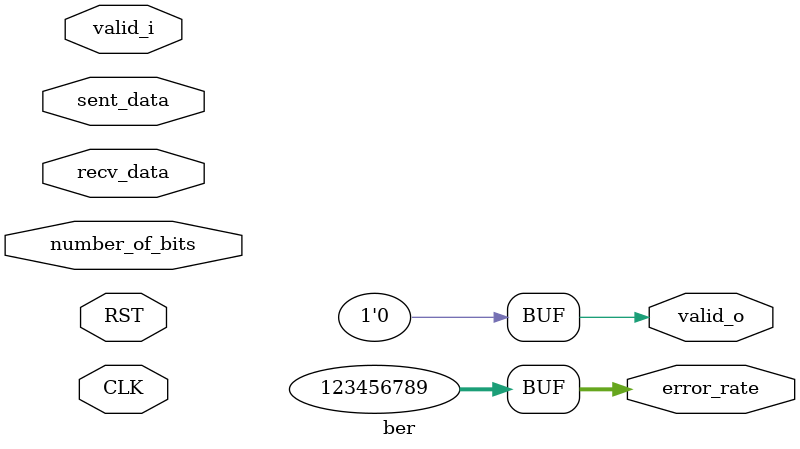
<source format=v>

module ber
  (
   input         CLK,
   input         RST,

   input         valid_i,
   input [7:0]   sent_data,
   input [7:0]   recv_data,
   input [3:0]   number_of_bits,

   output        valid_o, 
   output [31:0] error_rate
   );
   
   assign valid_o = 1'b0;
   assign error_rate = 123456789;

endmodule

</source>
